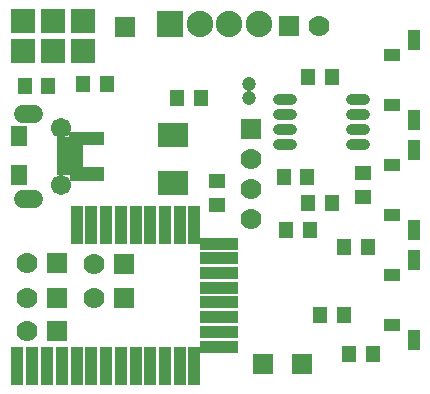
<source format=gts>
G04 ---------------------------- Layer name :TOP SOLDER LAYER*
G04 easyEDA 0.1*
G04 Scale: 100 percent, Rotated: No, Reflected: No *
G04 Dimensions in inches *
G04 leading zeros omitted , absolute positions ,2 integer and 4 * 
%FSLAX24Y24*%
%MOIN*%
G90*
G70D02*

%ADD11C,0.035559*%
%ADD12C,0.059181*%
%ADD14R,0.047370X0.057212*%
%ADD15R,0.057212X0.047370*%
%ADD16R,0.088000X0.088000*%
%ADD17C,0.088000*%
%ADD19C,0.047370*%
%ADD21R,0.039496X0.065086*%
%ADD22R,0.058000X0.043433*%
%ADD23R,0.082000X0.082000*%
%ADD24R,0.102488X0.082803*%
%ADD25R,0.086740X0.025716*%
%ADD26C,0.067055*%
%ADD28R,0.055240X0.070992*%
%ADD29R,0.070000X0.070000*%
%ADD30C,0.070000*%
%ADD32R,0.041500X0.126100*%
%ADD33R,0.126100X0.041500*%

%LPD*%
G54D11*
G01X11541Y7911D02*
G01X11974Y7911D01*
G01X11541Y8411D02*
G01X11974Y8411D01*
G01X11541Y8911D02*
G01X11974Y8911D01*
G01X11541Y9411D02*
G01X11974Y9411D01*
G01X9101Y7911D02*
G01X9534Y7911D01*
G01X9101Y8411D02*
G01X9534Y8411D01*
G01X9101Y8911D02*
G01X9534Y8911D01*
G01X9101Y9411D02*
G01X9534Y9411D01*
G54D12*
G01X981Y6075D02*
G01X626Y6075D01*
G01X981Y8925D02*
G01X626Y8925D01*
G54D14*
G01X5746Y9440D03*
G01X6534Y9440D03*
G54D15*
G01X7093Y6661D03*
G01X7093Y5873D03*
G54D16*
G01X5498Y11907D03*
G54D17*
G01X6502Y11903D03*
G01X7497Y11907D03*
G01X8480Y11901D03*
G54D19*
G01X8164Y9448D03*
G01X8164Y9919D03*
G54D21*
G01X13661Y8715D03*
G01X13661Y11371D03*
G54D22*
G01X12922Y9213D03*
G01X12922Y10867D03*
G54D21*
G01X13651Y5057D03*
G01X13651Y7713D03*
G54D22*
G01X12910Y5555D03*
G01X12910Y7209D03*
G54D21*
G01X13663Y1382D03*
G01X13663Y4038D03*
G54D22*
G01X12922Y1880D03*
G01X12922Y3534D03*
G54D23*
G01X600Y11000D03*
G01X600Y12000D03*
G01X1600Y11000D03*
G01X1600Y12000D03*
G01X2600Y11000D03*
G01X2600Y12000D03*
G54D24*
G01X5600Y6600D03*
G01X5600Y8213D03*
G54D14*
G01X11313Y4475D03*
G01X12101Y4475D03*
G01X1461Y9832D03*
G01X673Y9832D03*
G01X10122Y5944D03*
G01X10910Y5944D03*
G01X10090Y6805D03*
G01X9302Y6805D03*
G01X10165Y5055D03*
G01X9377Y5055D03*
G54D25*
G01X2176Y6992D03*
G01X2176Y7248D03*
G01X2176Y7503D03*
G01X2176Y7759D03*
G01X2176Y8015D03*
G54D26*
G01X1867Y8448D03*
G01X1867Y6542D03*
G54D28*
G01X478Y6871D03*
G01X484Y8163D03*
G54D14*
G01X10519Y2215D03*
G01X11307Y2215D03*
G54D29*
G01X8600Y580D03*
G01X9903Y576D03*
G01X1761Y3953D03*
G54D30*
G01X761Y3953D03*
G54D14*
G01X10913Y10150D03*
G01X10125Y10150D03*
G54D29*
G01X1744Y1661D03*
G54D30*
G01X744Y1661D03*
G54D29*
G01X1746Y2780D03*
G54D30*
G01X746Y2780D03*
G54D29*
G01X9475Y11850D03*
G54D30*
G01X10475Y11850D03*
G54D29*
G01X4000Y11800D03*
G54D14*
G01X3401Y9917D03*
G01X2613Y9917D03*
G01X11485Y909D03*
G01X12273Y909D03*
G54D15*
G01X11959Y6155D03*
G01X11959Y6942D03*
G54D29*
G01X8200Y8400D03*
G54D30*
G01X8200Y7400D03*
G01X8200Y6400D03*
G01X8200Y5400D03*
G54D32*
G01X6330Y519D03*
G01X5839Y519D03*
G01X5350Y519D03*
G01X4860Y519D03*
G01X4369Y519D03*
G01X3869Y519D03*
G01X3380Y519D03*
G01X2890Y519D03*
G01X2400Y519D03*
G01X1900Y519D03*
G01X1409Y519D03*
G01X919Y519D03*
G01X430Y519D03*
G01X6330Y5219D03*
G01X5839Y5219D03*
G01X5350Y5219D03*
G01X4860Y5219D03*
G01X4369Y5219D03*
G01X3869Y5219D03*
G01X3380Y5219D03*
G01X2890Y5219D03*
G01X2400Y5219D03*
G54D33*
G01X7160Y1150D03*
G01X7160Y1640D03*
G01X7160Y2130D03*
G01X7160Y2630D03*
G01X7160Y3119D03*
G01X7160Y3609D03*
G01X7160Y4100D03*
G01X7160Y4590D03*
G54D29*
G01X3982Y3917D03*
G54D30*
G01X2982Y3917D03*
G54D29*
G01X3984Y2786D03*
G54D30*
G01X2984Y2786D03*
G54D25*
G01X2869Y8015D03*
G01X2878Y6992D03*
G01X2594Y8169D03*
G01X2600Y6817D03*
G01X2869Y8169D03*
G01X2875Y6819D03*

M00*
M02*
</source>
